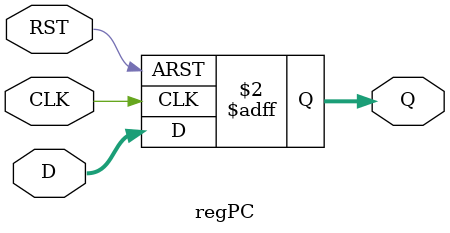
<source format=v>
`timescale 1ns / 1ps

module regPC(
    input CLK,
    input RST,
    input [31:0] D,
    output [31:0] Q
    );
    
    reg[31:0] Q;
    always @(posedge CLK or posedge RST)
    if(RST)
    Q <= 32'h00000000;
    else
    Q <= D;
    
endmodule






</source>
